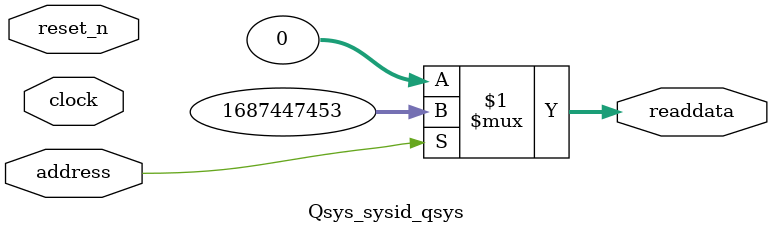
<source format=v>



// synthesis translate_off
`timescale 1ns / 1ps
// synthesis translate_on

// turn off superfluous verilog processor warnings 
// altera message_level Level1 
// altera message_off 10034 10035 10036 10037 10230 10240 10030 

module Qsys_sysid_qsys (
               // inputs:
                address,
                clock,
                reset_n,

               // outputs:
                readdata
             )
;

  output  [ 31: 0] readdata;
  input            address;
  input            clock;
  input            reset_n;

  wire    [ 31: 0] readdata;
  //control_slave, which is an e_avalon_slave
  assign readdata = address ? 1687447453 : 0;

endmodule



</source>
